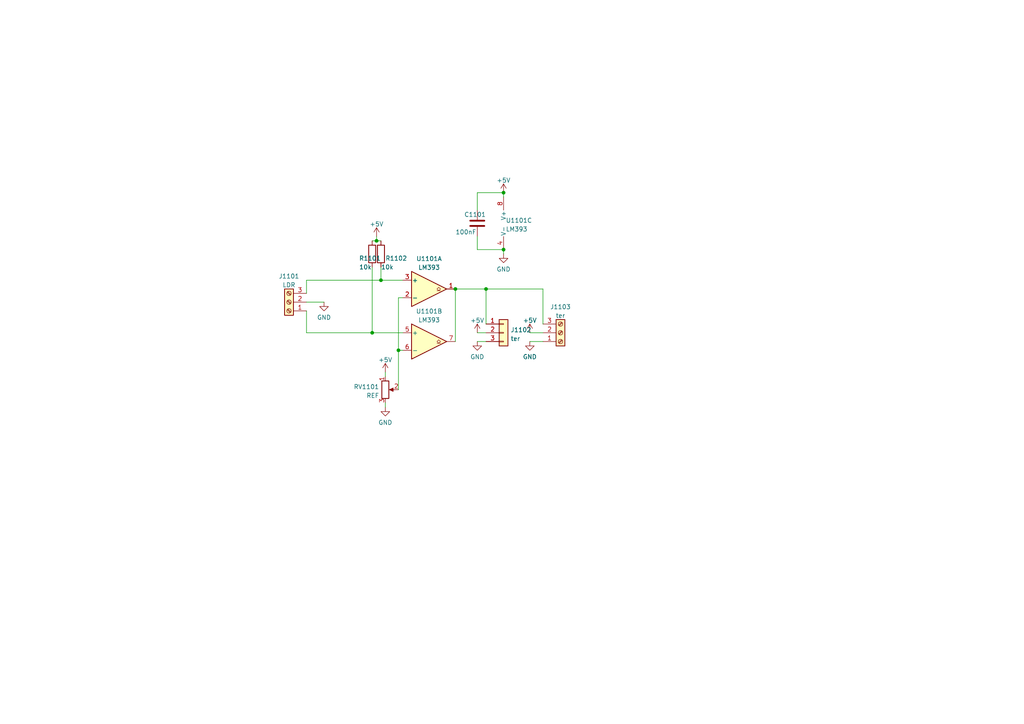
<source format=kicad_sch>
(kicad_sch (version 20211123) (generator eeschema)
  (paper "A4")
  (lib_symbols
    (symbol "Comparator:LM393" (pin_names (offset 0.127))
      (property "Reference" "U" (at 3.81 3.81 0))
      (property "Value" "LM393" (at 6.35 -3.81 0))
      (symbol "LM393_1_1"
        (polyline (pts (xy -5.08 5.08) (xy 5.08 0) (xy -5.08 -5.08) (xy -5.08 5.08)) (stroke (width 0.254)) (fill (type background)))
        (polyline (pts (xy 3.302 -0.508) (xy 2.794 -0.508) (xy 3.302 0) (xy 2.794 0.508) (xy 2.286 0) (xy 2.794 -0.508) (xy 2.286 -0.508)) (stroke (width 0.127)))
        (pin open_collector line (at 7.62 0 180) (length 2.54) (name "~") (number "1"))
        (pin input line (at -7.62 -2.54 0) (length 2.54) (name "-") (number "2"))
        (pin input line (at -7.62 2.54 0) (length 2.54) (name "+") (number "3"))
      )
      (symbol "LM393_2_1"
        (polyline (pts (xy -5.08 5.08) (xy 5.08 0) (xy -5.08 -5.08) (xy -5.08 5.08)) (stroke (width 0.254)) (fill (type background)))
        (polyline (pts (xy 3.302 -0.508) (xy 2.794 -0.508) (xy 3.302 0) (xy 2.794 0.508) (xy 2.286 0) (xy 2.794 -0.508) (xy 2.286 -0.508)) (stroke (width 0.127)))
        (pin input line (at -7.62 2.54 0) (length 2.54) (name "+") (number "5"))
        (pin input line (at -7.62 -2.54 0) (length 2.54) (name "-") (number "6"))
        (pin open_collector line (at 7.62 0 180) (length 2.54) (name "~") (number "7"))
      )
      (symbol "LM393_3_1"
        (pin power_in line (at -2.54 -7.62 90) (length 3.81) (name "V-") (number "4"))
        (pin power_in line (at -2.54 7.62 270) (length 3.81) (name "V+") (number "8"))
      )
    )
    (symbol "Connector:Screw_Terminal_01x03" (pin_names (offset 1.016) hide)
      (property "Reference" "J" (at 0 5.08 0))
      (property "Value" "Screw_Terminal_01x03" (at 0 -5.08 0))
      (symbol "Screw_Terminal_01x03_1_1"
        (rectangle (start -1.27 3.81) (end 1.27 -3.81) (stroke (width 0.254)) (fill (type background)))
        (circle (center 0 -2.54) (radius 0.635) (stroke (width 0.1524)))
        (polyline (pts (xy -0.5334 -2.2098) (xy 0.3302 -3.048)) (stroke (width 0.1524)))
        (polyline (pts (xy -0.5334 0.3302) (xy 0.3302 -0.508)) (stroke (width 0.1524)))
        (polyline (pts (xy -0.5334 2.8702) (xy 0.3302 2.032)) (stroke (width 0.1524)))
        (polyline (pts (xy -0.3556 -2.032) (xy 0.508 -2.8702)) (stroke (width 0.1524)))
        (polyline (pts (xy -0.3556 0.508) (xy 0.508 -0.3302)) (stroke (width 0.1524)))
        (polyline (pts (xy -0.3556 3.048) (xy 0.508 2.2098)) (stroke (width 0.1524)))
        (circle (center 0 0) (radius 0.635) (stroke (width 0.1524)))
        (circle (center 0 2.54) (radius 0.635) (stroke (width 0.1524)))
        (pin passive line (at -5.08 2.54 0) (length 3.81) (name "Pin_1") (number "1"))
        (pin passive line (at -5.08 0 0) (length 3.81) (name "Pin_2") (number "2"))
        (pin passive line (at -5.08 -2.54 0) (length 3.81) (name "Pin_3") (number "3"))
      )
    )
    (symbol "Connector_Generic:Conn_01x03" (pin_names (offset 1.016) hide)
      (property "Reference" "J" (at 0 5.08 0))
      (property "Value" "Conn_01x03" (at 0 -5.08 0))
      (symbol "Conn_01x03_1_1"
        (rectangle (start -1.27 -2.413) (end 0 -2.667) (stroke (width 0.1524)))
        (rectangle (start -1.27 0.127) (end 0 -0.127) (stroke (width 0.1524)))
        (rectangle (start -1.27 2.667) (end 0 2.413) (stroke (width 0.1524)))
        (rectangle (start -1.27 3.81) (end 1.27 -3.81) (stroke (width 0.254)) (fill (type background)))
        (pin passive line (at -5.08 2.54 0) (length 3.81) (name "Pin_1") (number "1"))
        (pin passive line (at -5.08 0 0) (length 3.81) (name "Pin_2") (number "2"))
        (pin passive line (at -5.08 -2.54 0) (length 3.81) (name "Pin_3") (number "3"))
      )
    )
    (symbol "Device:C" (pin_numbers hide) (pin_names (offset 0.254))
      (property "Reference" "C" (at 0.635 2.54 0))
      (property "Value" "C" (at 0.635 -2.54 0))
      (symbol "C_0_1"
        (polyline (pts (xy -2.032 -0.762) (xy 2.032 -0.762)) (stroke (width 0.508)))
        (polyline (pts (xy -2.032 0.762) (xy 2.032 0.762)) (stroke (width 0.508)))
      )
      (symbol "C_1_1"
        (pin passive line (at 0 3.81 270) (length 2.794) (name "~") (number "1"))
        (pin passive line (at 0 -3.81 90) (length 2.794) (name "~") (number "2"))
      )
    )
    (symbol "Device:R" (pin_numbers hide) (pin_names (offset 0))
      (property "Reference" "R" (at 2.032 0 90))
      (property "Value" "R" (at 0 0 90))
      (symbol "R_0_1"
        (rectangle (start -1.016 -2.54) (end 1.016 2.54) (stroke (width 0.254)))
      )
      (symbol "R_1_1"
        (pin passive line (at 0 3.81 270) (length 1.27) (name "~") (number "1"))
        (pin passive line (at 0 -3.81 90) (length 1.27) (name "~") (number "2"))
      )
    )
    (symbol "Device:R_Potentiometer" (pin_names (offset 1.016) hide)
      (property "Reference" "RV" (at -4.445 0 90))
      (property "Value" "R_Potentiometer" (at -2.54 0 90))
      (symbol "R_Potentiometer_0_1"
        (polyline (pts (xy 2.54 0) (xy 1.524 0)))
        (polyline (pts (xy 1.143 0) (xy 2.286 0.508) (xy 2.286 -0.508) (xy 1.143 0)) (fill (type outline)))
        (rectangle (start 1.016 2.54) (end -1.016 -2.54) (stroke (width 0.254)))
      )
      (symbol "R_Potentiometer_1_1"
        (pin passive line (at 0 3.81 270) (length 1.27) (name "1") (number "1"))
        (pin passive line (at 3.81 0 180) (length 1.27) (name "2") (number "2"))
        (pin passive line (at 0 -3.81 90) (length 1.27) (name "3") (number "3"))
      )
    )
    (symbol "power:+5V" (power) (pin_names (offset 0))
      (property "Value" "+5V" (at 0 3.556 0))
      (symbol "+5V_0_1"
        (polyline (pts (xy -0.762 1.27) (xy 0 2.54)))
        (polyline (pts (xy 0 0) (xy 0 2.54)))
        (polyline (pts (xy 0 2.54) (xy 0.762 1.27)))
      )
      (symbol "+5V_1_1"
        (pin power_in line (at 0 0 90) (length 0) hide (name "+5V") (number "1"))
      )
    )
    (symbol "power:GND" (power) (pin_names (offset 0))
      (property "Value" "GND" (at 0 -3.81 0))
      (symbol "GND_0_1"
        (polyline (pts (xy 0 0) (xy 0 -1.27) (xy 1.27 -1.27) (xy 0 -2.54) (xy -1.27 -1.27) (xy 0 -1.27)))
      )
      (symbol "GND_1_1"
        (pin power_in line (at 0 0 270) (length 0) hide (name "GND") (number "1"))
      )
    )
  )
  (junction (at 107.95 96.52))
  (junction (at 115.57 101.6))
  (junction (at 132.08 83.82))
  (junction (at 109.22 69.85))
  (junction (at 140.97 83.82))
  (junction (at 146.05 72.39))
  (junction (at 146.05 55.88))
  (junction (at 110.49 81.28))
  (wire (pts (xy 116.84 81.28) (xy 110.49 81.28)))
  (wire (pts (xy 140.97 83.82) (xy 157.48 83.82)))
  (wire (pts (xy 107.95 69.85) (xy 109.22 69.85)))
  (wire (pts (xy 132.08 83.82) (xy 132.08 99.06)))
  (wire (pts (xy 153.67 99.06) (xy 157.48 99.06)))
  (wire (pts (xy 115.57 101.6) (xy 115.57 86.36)))
  (wire (pts (xy 107.95 96.52) (xy 88.9 96.52)))
  (wire (pts (xy 107.95 77.47) (xy 107.95 96.52)))
  (wire (pts (xy 138.43 96.52) (xy 140.97 96.52)))
  (wire (pts (xy 109.22 69.85) (xy 110.49 69.85)))
  (wire (pts (xy 138.43 72.39) (xy 146.05 72.39)))
  (wire (pts (xy 140.97 83.82) (xy 140.97 93.98)))
  (wire (pts (xy 110.49 81.28) (xy 88.9 81.28)))
  (wire (pts (xy 107.95 96.52) (xy 116.84 96.52)))
  (wire (pts (xy 138.43 55.88) (xy 146.05 55.88)))
  (wire (pts (xy 138.43 99.06) (xy 140.97 99.06)))
  (wire (pts (xy 115.57 101.6) (xy 116.84 101.6)))
  (wire (pts (xy 111.76 107.95) (xy 111.76 109.22)))
  (wire (pts (xy 157.48 93.98) (xy 157.48 83.82)))
  (wire (pts (xy 111.76 116.84) (xy 111.76 118.11)))
  (wire (pts (xy 146.05 72.39) (xy 146.05 73.66)))
  (wire (pts (xy 110.49 81.28) (xy 110.49 77.47)))
  (wire (pts (xy 153.67 96.52) (xy 157.48 96.52)))
  (wire (pts (xy 132.08 83.82) (xy 140.97 83.82)))
  (wire (pts (xy 138.43 68.58) (xy 138.43 72.39)))
  (wire (pts (xy 109.22 68.58) (xy 109.22 69.85)))
  (wire (pts (xy 115.57 113.03) (xy 115.57 101.6)))
  (wire (pts (xy 146.05 55.88) (xy 146.05 57.15)))
  (wire (pts (xy 88.9 81.28) (xy 88.9 85.09)))
  (wire (pts (xy 138.43 55.88) (xy 138.43 60.96)))
  (wire (pts (xy 115.57 86.36) (xy 116.84 86.36)))
  (wire (pts (xy 88.9 87.63) (xy 93.98 87.63)))
  (wire (pts (xy 88.9 96.52) (xy 88.9 90.17)))
  (symbol (lib_id "power:+5V") (at 138.43 96.52 0) (unit 1)
    (property "Reference" "#PWR01105" (effects hide))
    (property "Value" "+5V" (at 138.43 92.9442 0))
  )
  (symbol (lib_id "power:GND") (at 93.98 87.63 0) (unit 1)
    (property "Reference" "#PWR01101" (effects hide))
    (property "Value" "GND" (at 93.98 92.0734 0))
  )
  (symbol (lib_id "power:+5V") (at 146.05 55.88 0) (unit 1)
    (property "Reference" "#PWR01107" (effects hide))
    (property "Value" "+5V" (at 146.05 52.3042 0))
  )
  (symbol (lib_id "power:GND") (at 153.67 99.06 0) (unit 1)
    (property "Reference" "#PWR01110" (effects hide))
    (property "Value" "GND" (at 153.67 103.5034 0))
  )
  (symbol (lib_id "Device:C") (at 138.43 64.77 0) (unit 1)
    (property "Reference" "C1101" (at 134.62 62.23 0) (effects (justify left)))
    (property "Value" "100nF" (at 132.08 67.31 0) (effects (justify left)))
  )
  (symbol (lib_id "Device:R") (at 107.95 73.66 0) (unit 1)
    (property "Reference" "R1101" (at 104.14 74.93 0) (effects (justify left)))
    (property "Value" "10k" (at 104.14 77.47 0) (effects (justify left)))
  )
  (symbol (lib_id "Connector:Screw_Terminal_01x03") (at 83.82 87.63 180) (unit 1)
    (property "Reference" "J1101" (at 83.82 80.1202 0))
    (property "Value" "LDR" (at 83.82 82.6571 0))
    (property "Footprint" "TerminalBlock_MetzConnect:TerminalBlock_MetzConnect_Type073_RT02603HBLU_1x03_P5.08mm_Horizontal" (effects hide))
  )
  (symbol (lib_id "Connector:Screw_Terminal_01x03") (at 162.56 96.52 0) (mirror x) (unit 1)
    (property "Reference" "J1103" (at 162.56 89.0102 0))
    (property "Value" "ter" (at 162.56 91.5471 0))
    (property "Footprint" "TerminalBlock_MetzConnect:TerminalBlock_MetzConnect_Type073_RT02603HBLU_1x03_P5.08mm_Horizontal" (effects hide))
  )
  (symbol (lib_id "power:+5V") (at 111.76 107.95 0) (unit 1)
    (property "Reference" "#PWR01103" (effects hide))
    (property "Value" "+5V" (at 111.76 104.3742 0))
  )
  (symbol (lib_id "power:+5V") (at 153.67 96.52 0) (unit 1)
    (property "Reference" "#PWR01109" (effects hide))
    (property "Value" "+5V" (at 153.67 92.9442 0))
  )
  (symbol (lib_id "Connector_Generic:Conn_01x03") (at 146.05 96.52 0) (unit 1)
    (property "Reference" "J1102" (at 148.082 95.6853 0) (effects (justify left)))
    (property "Value" "ter" (at 148.082 98.2222 0) (effects (justify left)))
    (property "Footprint" "Connector_PinHeader_2.54mm:PinHeader_1x03_P2.54mm_Horizontal" (effects hide))
  )
  (symbol (lib_id "Comparator:LM393") (at 124.46 83.82 0) (unit 1)
    (property "Reference" "U1101" (at 124.46 75.0402 0))
    (property "Value" "LM393" (at 124.46 77.5771 0))
    (property "Datasheet" "http://www.ti.com/lit/ds/symlink/lm393.pdf" (effects hide))
  )
  (symbol (lib_id "power:+5V") (at 109.22 68.58 0) (unit 1)
    (property "Reference" "#PWR01102" (effects hide))
    (property "Value" "+5V" (at 109.22 65.0042 0))
  )
  (symbol (lib_id "Comparator:LM393") (at 148.59 64.77 0) (unit 3)
    (property "Reference" "U1101" (at 146.685 63.9353 0) (effects (justify left)))
    (property "Value" "LM393" (at 146.685 66.4722 0) (effects (justify left)))
    (property "Datasheet" "http://www.ti.com/lit/ds/symlink/lm393.pdf" (effects hide))
  )
  (symbol (lib_id "Comparator:LM393") (at 124.46 99.06 0) (unit 2)
    (property "Reference" "U1101" (at 124.46 90.2802 0))
    (property "Value" "LM393" (at 124.46 92.8171 0))
    (property "Datasheet" "http://www.ti.com/lit/ds/symlink/lm393.pdf" (effects hide))
  )
  (symbol (lib_id "Device:R_Potentiometer") (at 111.76 113.03 0) (unit 1)
    (property "Reference" "RV1101" (at 109.982 112.1953 0) (effects (justify right)))
    (property "Value" "REF" (at 109.982 114.7322 0) (effects (justify right)))
  )
  (symbol (lib_id "Device:R") (at 110.49 73.66 0) (unit 1)
    (property "Reference" "R1102" (at 111.76 74.93 0) (effects (justify left)))
    (property "Value" "10k" (at 110.49 77.47 0) (effects (justify left)))
  )
  (symbol (lib_id "power:GND") (at 146.05 73.66 0) (unit 1)
    (property "Reference" "#PWR01108" (effects hide))
    (property "Value" "GND" (at 146.05 78.1034 0))
  )
  (symbol (lib_id "power:GND") (at 111.76 118.11 0) (unit 1)
    (property "Reference" "#PWR01104" (effects hide))
    (property "Value" "GND" (at 111.76 122.5534 0))
  )
  (symbol (lib_id "power:GND") (at 138.43 99.06 0) (unit 1)
    (property "Reference" "#PWR01106" (effects hide))
    (property "Value" "GND" (at 138.43 103.5034 0))
  )
)
</source>
